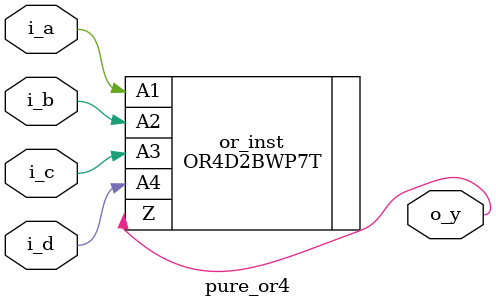
<source format=v>

`timescale 1ns/1ns

module pure_or4 #(
    parameter DOMAIN_3V0 = 0
  )(
    input  i_a,
    input  i_b,
    input  i_c,
    input  i_d,
    output o_y
  );

  OR4D2BWP7T or_inst(
    .A1 (i_a),
    .A2 (i_b),
    .A3 (i_c),
    .A4 (i_d),
    .Z  (o_y)
  );

endmodule


</source>
